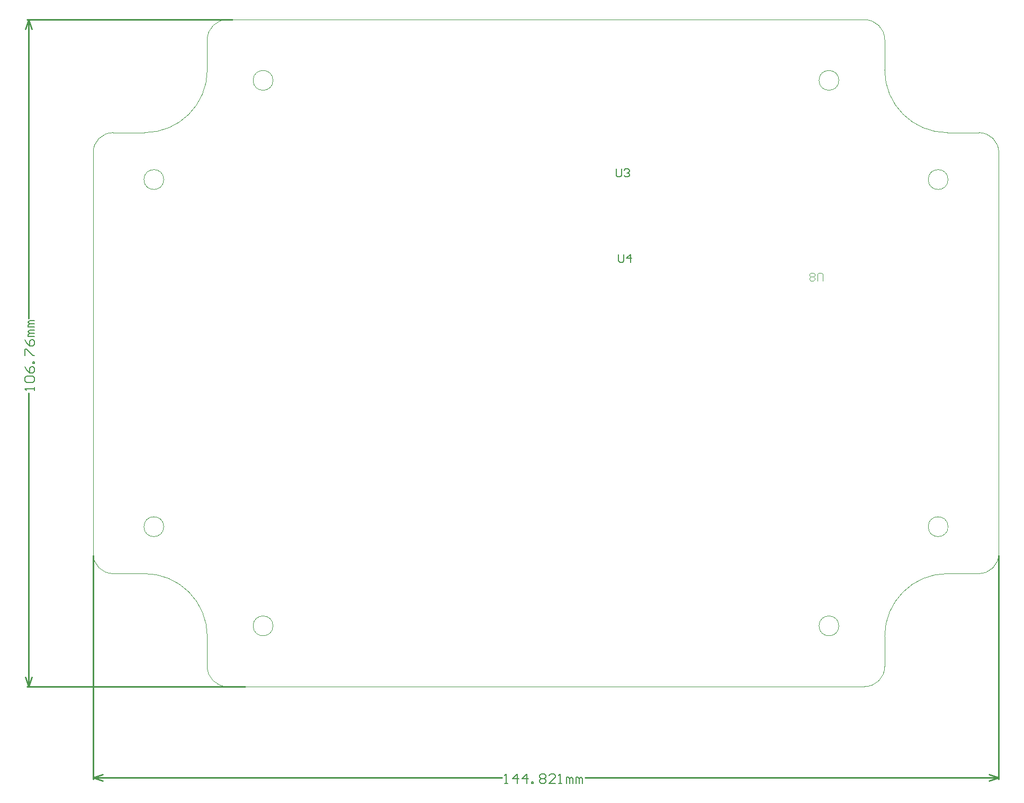
<source format=gbr>
%TF.GenerationSoftware,Altium Limited,Altium Designer,21.0.9 (235)*%
G04 Layer_Color=16711935*
%FSLAX26Y26*%
%MOIN*%
%TF.SameCoordinates,617CA12B-F850-4EA5-9EC3-0E5FEE419536*%
%TF.FilePolarity,Positive*%
%TF.FileFunction,Other,Mechanical_1*%
%TF.Part,Single*%
G01*
G75*
%TA.AperFunction,NonConductor*%
%ADD84C,0.006000*%
%ADD148C,0.003937*%
%ADD152C,0.010000*%
%ADD200C,0.000500*%
%ADD201C,0.007000*%
D84*
X3736456Y518010D02*
X3756450D01*
X3746453D01*
Y577990D01*
X3736456Y567994D01*
X3816430Y518010D02*
Y577990D01*
X3786440Y548000D01*
X3826427D01*
X3876411Y518010D02*
Y577990D01*
X3846421Y548000D01*
X3886408D01*
X3906401Y518010D02*
Y528006D01*
X3916398D01*
Y518010D01*
X3906401D01*
X3956385Y567994D02*
X3966382Y577990D01*
X3986376D01*
X3996372Y567994D01*
Y557997D01*
X3986376Y548000D01*
X3996372Y538003D01*
Y528006D01*
X3986376Y518010D01*
X3966382D01*
X3956385Y528006D01*
Y538003D01*
X3966382Y548000D01*
X3956385Y557997D01*
Y567994D01*
X3966382Y548000D02*
X3986376D01*
X4056353Y518010D02*
X4016366D01*
X4056353Y557997D01*
Y567994D01*
X4046356Y577990D01*
X4026363D01*
X4016366Y567994D01*
X4076346Y518010D02*
X4096340D01*
X4086343D01*
Y577990D01*
X4076346Y567994D01*
X4126330Y518010D02*
Y557997D01*
X4136327D01*
X4146324Y548000D01*
Y518010D01*
Y548000D01*
X4156320Y557997D01*
X4166317Y548000D01*
Y518010D01*
X4186311D02*
Y557997D01*
X4196308D01*
X4206304Y548000D01*
Y518010D01*
Y548000D01*
X4216301Y557997D01*
X4226298Y548000D01*
Y518010D01*
X776594Y2993571D02*
Y3013565D01*
Y3003568D01*
X716614D01*
X726610Y2993571D01*
Y3043555D02*
X716614Y3053552D01*
Y3073545D01*
X726610Y3083542D01*
X766597D01*
X776594Y3073545D01*
Y3053552D01*
X766597Y3043555D01*
X726610D01*
X716614Y3143523D02*
X726610Y3123529D01*
X746604Y3103535D01*
X766597D01*
X776594Y3113532D01*
Y3133526D01*
X766597Y3143523D01*
X756601D01*
X746604Y3133526D01*
Y3103535D01*
X776594Y3163516D02*
X766597D01*
Y3173513D01*
X776594D01*
Y3163516D01*
X716614Y3213500D02*
Y3253487D01*
X726610D01*
X766597Y3213500D01*
X776594D01*
X716614Y3313468D02*
X726610Y3293474D01*
X746604Y3273481D01*
X766597D01*
X776594Y3283477D01*
Y3303471D01*
X766597Y3313468D01*
X756601D01*
X746604Y3303471D01*
Y3273481D01*
X776594Y3333461D02*
X736607D01*
Y3343458D01*
X746604Y3353455D01*
X776594D01*
X746604D01*
X736607Y3363451D01*
X746604Y3373448D01*
X776594D01*
Y3393442D02*
X736607D01*
Y3403439D01*
X746604Y3413435D01*
X776594D01*
X746604D01*
X736607Y3423432D01*
X746604Y3433429D01*
X776594D01*
D148*
X5740000Y3684786D02*
Y3726440D01*
X5731669Y3734770D01*
X5715008D01*
X5706677Y3726440D01*
Y3684786D01*
X5690016Y3693117D02*
X5681686Y3684786D01*
X5665024D01*
X5656694Y3693117D01*
Y3701448D01*
X5665024Y3709778D01*
X5656694Y3718109D01*
Y3726440D01*
X5665024Y3734770D01*
X5681686D01*
X5690016Y3726440D01*
Y3718109D01*
X5681686Y3709778D01*
X5690016Y3701448D01*
Y3693117D01*
X5681686Y3709778D02*
X5665024D01*
D152*
X1146577Y554000D02*
X1206577Y574000D01*
X1146577Y554000D02*
X1206577Y534000D01*
X6788178D02*
X6848178Y554000D01*
X6788178Y574000D02*
X6848178Y554000D01*
X1146577D02*
X3720456D01*
X4242298D02*
X6848178D01*
X1146577Y544000D02*
Y1954940D01*
X6848178Y544000D02*
Y1954690D01*
X740604Y5331000D02*
X760604Y5271000D01*
X720604D02*
X740604Y5331000D01*
X720604Y1188000D02*
X740604Y1128000D01*
X760604Y1188000D01*
X740604Y3449429D02*
Y5331000D01*
Y1128000D02*
Y2977571D01*
X730604Y5331000D02*
X2025000D01*
X730604Y1128000D02*
X2102000D01*
D200*
X1271577Y4618744D02*
G03*
X1146577Y4493744I0J-125000D01*
G01*
X1469968Y4618744D02*
G03*
X1864969Y5013745I0J395001D01*
G01*
X1989969Y5330143D02*
G03*
X1864969Y5205143I0J-125000D01*
G01*
X6129785D02*
G03*
X6004785Y5330143I-125000J0D01*
G01*
X6129785Y5013745D02*
G03*
X6524786Y4618744I395001J0D01*
G01*
X6848178Y4493744D02*
G03*
X6723178Y4618744I-125000J0D01*
G01*
Y1839940D02*
G03*
X6848178Y1964940I0J125000D01*
G01*
X6524786Y1839940D02*
G03*
X6129785Y1444940I0J-395001D01*
G01*
X6004785Y1128542D02*
G03*
X6129785Y1253542I0J125000D01*
G01*
X1864969D02*
G03*
X1989969Y1128542I125000J0D01*
G01*
X1864969Y1444940D02*
G03*
X1469968Y1839940I-395001J0D01*
G01*
X1146577Y1964940D02*
G03*
X1271577Y1839940I125000J0D01*
G01*
X6528627Y2135592D02*
G03*
X6528627Y2135592I-62500J0D01*
G01*
X5841127Y4948092D02*
G03*
X5841127Y4948092I-62500J0D01*
G01*
X2278627Y1510592D02*
G03*
X2278627Y1510592I-62500J0D01*
G01*
X1591127Y4323092D02*
G03*
X1591127Y4323092I-62500J0D01*
G01*
X2278627Y4948092D02*
G03*
X2278627Y4948092I-62500J0D01*
G01*
X1591127Y2135592D02*
G03*
X1591127Y2135592I-62500J0D01*
G01*
X5841127Y1510592D02*
G03*
X5841127Y1510592I-62500J0D01*
G01*
X6528627Y4323092D02*
G03*
X6528627Y4323092I-62500J0D01*
G01*
X6524786Y4618744D02*
X6723178D01*
X1271577D02*
X1469968D01*
X1864969Y5013745D02*
Y5205143D01*
X1989969Y5330143D02*
X6004785D01*
X6129785Y5013745D02*
Y5205143D01*
X6848178Y1964940D02*
Y4493744D01*
X6524786Y1839940D02*
X6723178D01*
X6129785Y1253542D02*
Y1444940D01*
X1989969Y1128542D02*
X6004785D01*
X1864969Y1253542D02*
Y1444940D01*
X1271577Y1839940D02*
X1469968D01*
X1146576Y1964940D02*
Y4493744D01*
D201*
X4455000Y3852001D02*
Y3810348D01*
X4463331Y3802018D01*
X4479992D01*
X4488323Y3810348D01*
Y3852001D01*
X4529976Y3802018D02*
Y3852001D01*
X4504984Y3827010D01*
X4538306D01*
X4440000Y4389984D02*
Y4348331D01*
X4448331Y4340000D01*
X4464992D01*
X4473323Y4348331D01*
Y4389984D01*
X4489984Y4381653D02*
X4498314Y4389984D01*
X4514976D01*
X4523306Y4381653D01*
Y4373323D01*
X4514976Y4364992D01*
X4506645D01*
X4514976D01*
X4523306Y4356661D01*
Y4348331D01*
X4514976Y4340000D01*
X4498314D01*
X4489984Y4348331D01*
%TF.MD5,6e9948c688e7c1f3d7704148132de160*%
M02*

</source>
